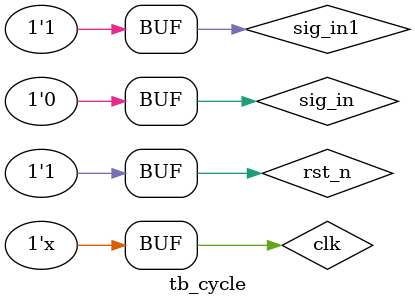
<source format=v>
`timescale 1ns/1ns
module	tb_cycle();


reg				clk;
reg				rst_n;
reg				sig_in;
reg				sig_in1;


pro_pinlv  tb_U1(

		//system	interface
			.clk(clk),
			.rst_n(rst_n),
		//sig		interface
			.sig_in(sig_in),
			.sig_in1(sig_in1)
);

initial begin
	clk = 0;
	sig_in  = 0;
	sig_in1 = 1;
	rst_n = 0;
	#100;
	rst_n = 1;
end

always  #10 clk = ~ clk;
//always  #100 sig_in =~ sig_in;
//always  #100 sig_in1 =~ sig_in1;
always begin
	#100;
	sig_in = 1;
	#50;
	sig_in = 0;
end



endmodule
</source>
